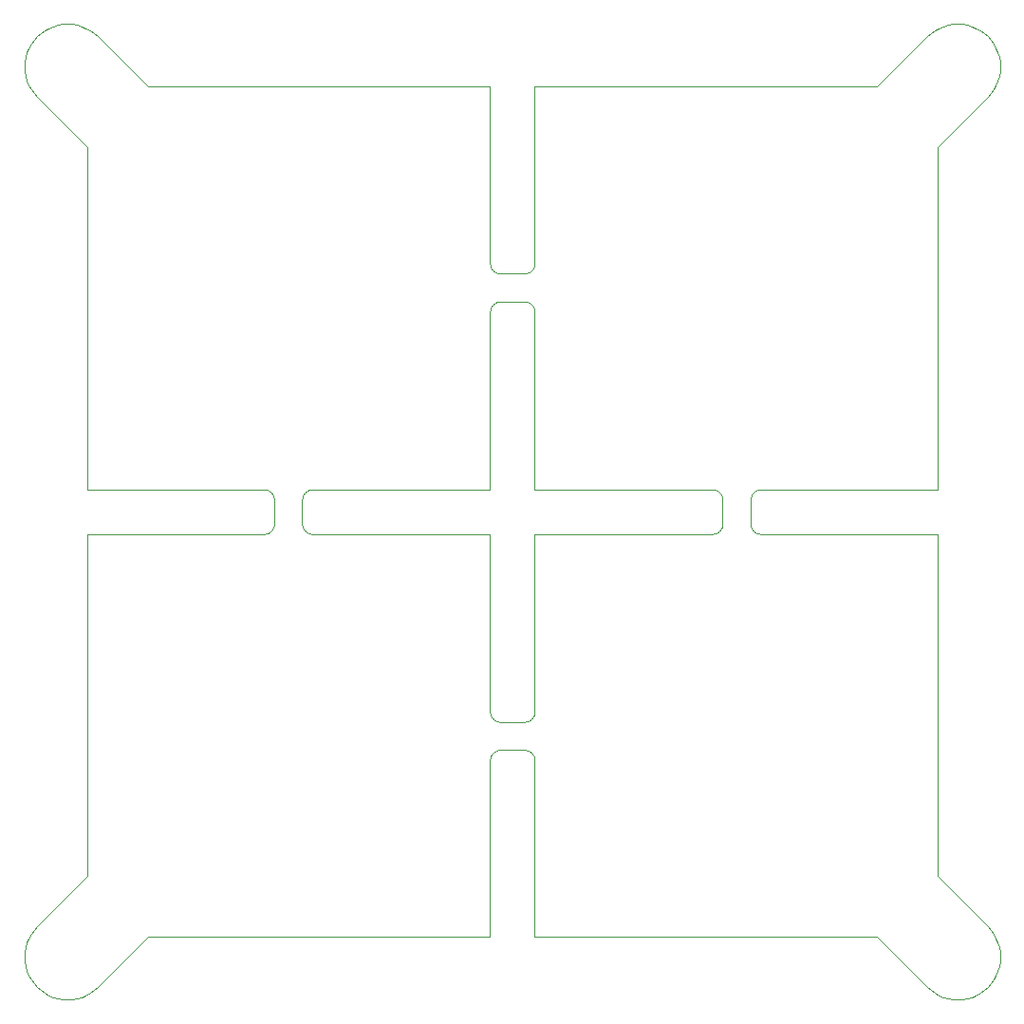
<source format=gko>
%MOIN*%
%OFA0B0*%
%FSLAX44Y44*%
%IPPOS*%
%LPD*%
%ADD10C,0*%
D10*
X00012691Y00020472D02*
X00012691Y00020472D01*
X00018897Y00020472D01*
X00018897Y00026678D01*
X00018898Y00026709D01*
X00018902Y00026740D01*
X00018908Y00026770D01*
X00018916Y00026800D01*
X00018927Y00026829D01*
X00018940Y00026857D01*
X00018955Y00026884D01*
X00018972Y00026910D01*
X00018991Y00026934D01*
X00019012Y00026957D01*
X00019035Y00026978D01*
X00019059Y00026997D01*
X00019085Y00027014D01*
X00019112Y00027029D01*
X00019140Y00027042D01*
X00019169Y00027053D01*
X00019199Y00027061D01*
X00019229Y00027067D01*
X00019260Y00027071D01*
X00019291Y00027072D01*
X00020078Y00027072D01*
X00020109Y00027071D01*
X00020140Y00027067D01*
X00020170Y00027061D01*
X00020200Y00027053D01*
X00020229Y00027042D01*
X00020257Y00027029D01*
X00020284Y00027014D01*
X00020310Y00026997D01*
X00020334Y00026978D01*
X00020357Y00026957D01*
X00020378Y00026934D01*
X00020397Y00026910D01*
X00020414Y00026884D01*
X00020429Y00026857D01*
X00020442Y00026829D01*
X00020453Y00026800D01*
X00020461Y00026770D01*
X00020467Y00026740D01*
X00020471Y00026709D01*
X00020472Y00026678D01*
X00020472Y00020472D01*
X00026678Y00020472D01*
X00026709Y00020471D01*
X00026740Y00020467D01*
X00026770Y00020461D01*
X00026800Y00020453D01*
X00026829Y00020442D01*
X00026857Y00020429D01*
X00026884Y00020414D01*
X00026910Y00020397D01*
X00026934Y00020378D01*
X00026957Y00020357D01*
X00026978Y00020334D01*
X00026997Y00020310D01*
X00027014Y00020284D01*
X00027029Y00020257D01*
X00027042Y00020229D01*
X00027053Y00020200D01*
X00027061Y00020170D01*
X00027067Y00020140D01*
X00027071Y00020109D01*
X00027072Y00020078D01*
X00027072Y00019291D01*
X00027071Y00019260D01*
X00027067Y00019229D01*
X00027061Y00019199D01*
X00027053Y00019169D01*
X00027042Y00019140D01*
X00027029Y00019112D01*
X00027014Y00019085D01*
X00026997Y00019059D01*
X00026978Y00019035D01*
X00026957Y00019012D01*
X00026934Y00018991D01*
X00026910Y00018972D01*
X00026884Y00018955D01*
X00026857Y00018940D01*
X00026829Y00018927D01*
X00026800Y00018916D01*
X00026770Y00018908D01*
X00026740Y00018902D01*
X00026709Y00018898D01*
X00026678Y00018897D01*
X00020472Y00018897D01*
X00020472Y00012691D01*
X00020471Y00012660D01*
X00020467Y00012629D01*
X00020461Y00012599D01*
X00020453Y00012569D01*
X00020442Y00012540D01*
X00020429Y00012512D01*
X00020414Y00012485D01*
X00020397Y00012459D01*
X00020378Y00012435D01*
X00020357Y00012412D01*
X00020334Y00012391D01*
X00020310Y00012372D01*
X00020284Y00012355D01*
X00020257Y00012340D01*
X00020229Y00012327D01*
X00020200Y00012316D01*
X00020170Y00012308D01*
X00020140Y00012302D01*
X00020109Y00012298D01*
X00020078Y00012297D01*
X00019291Y00012297D01*
X00019260Y00012298D01*
X00019229Y00012302D01*
X00019199Y00012308D01*
X00019169Y00012316D01*
X00019140Y00012327D01*
X00019112Y00012340D01*
X00019085Y00012355D01*
X00019059Y00012372D01*
X00019035Y00012391D01*
X00019012Y00012412D01*
X00018991Y00012435D01*
X00018972Y00012459D01*
X00018955Y00012485D01*
X00018940Y00012512D01*
X00018927Y00012540D01*
X00018916Y00012569D01*
X00018908Y00012599D01*
X00018902Y00012629D01*
X00018898Y00012660D01*
X00018897Y00012691D01*
X00018897Y00018897D01*
X00012691Y00018897D01*
X00012660Y00018898D01*
X00012629Y00018902D01*
X00012599Y00018908D01*
X00012569Y00018916D01*
X00012540Y00018927D01*
X00012512Y00018940D01*
X00012485Y00018955D01*
X00012459Y00018972D01*
X00012435Y00018991D01*
X00012412Y00019012D01*
X00012391Y00019035D01*
X00012372Y00019059D01*
X00012355Y00019085D01*
X00012340Y00019112D01*
X00012327Y00019140D01*
X00012316Y00019169D01*
X00012308Y00019199D01*
X00012302Y00019229D01*
X00012298Y00019260D01*
X00012297Y00019291D01*
X00012297Y00020078D01*
X00012298Y00020109D01*
X00012302Y00020140D01*
X00012308Y00020170D01*
X00012316Y00020200D01*
X00012327Y00020229D01*
X00012340Y00020257D01*
X00012355Y00020284D01*
X00012372Y00020310D01*
X00012391Y00020334D01*
X00012412Y00020357D01*
X00012435Y00020378D01*
X00012459Y00020397D01*
X00012485Y00020414D01*
X00012512Y00020429D01*
X00012540Y00020442D01*
X00012569Y00020453D01*
X00012599Y00020461D01*
X00012629Y00020467D01*
X00012660Y00020471D01*
X00012691Y00020472D01*
X00018897Y00034614D02*
X00018897Y00034614D01*
X00006876Y00034614D01*
X00005109Y00036382D01*
X00004983Y00036494D01*
X00004846Y00036591D01*
X00004699Y00036673D01*
X00004543Y00036737D01*
X00004382Y00036784D01*
X00004216Y00036812D01*
X00004048Y00036821D01*
X00003880Y00036812D01*
X00003714Y00036784D01*
X00003552Y00036737D01*
X00003397Y00036673D01*
X00003250Y00036591D01*
X00003113Y00036494D01*
X00002987Y00036382D01*
X00002875Y00036256D01*
X00002778Y00036119D01*
X00002696Y00035972D01*
X00002632Y00035817D01*
X00002586Y00035655D01*
X00002557Y00035489D01*
X00002548Y00035321D01*
X00002557Y00035153D01*
X00002586Y00034987D01*
X00002632Y00034826D01*
X00002696Y00034670D01*
X00002778Y00034523D01*
X00002875Y00034386D01*
X00002987Y00034261D01*
X00004755Y00032493D01*
X00004755Y00020472D01*
X00010930Y00020472D01*
X00010961Y00020471D01*
X00010992Y00020467D01*
X00011022Y00020461D01*
X00011052Y00020453D01*
X00011081Y00020442D01*
X00011109Y00020429D01*
X00011136Y00020414D01*
X00011162Y00020397D01*
X00011186Y00020378D01*
X00011209Y00020357D01*
X00011230Y00020334D01*
X00011249Y00020310D01*
X00011266Y00020284D01*
X00011281Y00020257D01*
X00011294Y00020229D01*
X00011305Y00020200D01*
X00011313Y00020170D01*
X00011319Y00020140D01*
X00011323Y00020109D01*
X00011324Y00020078D01*
X00011324Y00019291D01*
X00011323Y00019260D01*
X00011319Y00019229D01*
X00011313Y00019199D01*
X00011305Y00019169D01*
X00011294Y00019140D01*
X00011281Y00019112D01*
X00011266Y00019085D01*
X00011249Y00019059D01*
X00011230Y00019035D01*
X00011209Y00019012D01*
X00011186Y00018991D01*
X00011162Y00018972D01*
X00011136Y00018955D01*
X00011109Y00018940D01*
X00011081Y00018927D01*
X00011052Y00018916D01*
X00011022Y00018908D01*
X00010992Y00018902D01*
X00010961Y00018898D01*
X00010930Y00018897D01*
X00004755Y00018897D01*
X00004755Y00006876D01*
X00002987Y00005109D01*
X00002875Y00004983D01*
X00002778Y00004846D01*
X00002696Y00004699D01*
X00002632Y00004543D01*
X00002586Y00004382D01*
X00002557Y00004216D01*
X00002548Y00004048D01*
X00002557Y00003880D01*
X00002586Y00003714D01*
X00002632Y00003552D01*
X00002696Y00003397D01*
X00002778Y00003250D01*
X00002875Y00003113D01*
X00002987Y00002987D01*
X00003113Y00002875D01*
X00003250Y00002778D01*
X00003397Y00002696D01*
X00003552Y00002632D01*
X00003714Y00002586D01*
X00003880Y00002557D01*
X00004048Y00002548D01*
X00004216Y00002557D01*
X00004382Y00002586D01*
X00004543Y00002632D01*
X00004699Y00002696D01*
X00004846Y00002778D01*
X00004983Y00002875D01*
X00005109Y00002987D01*
X00006876Y00004755D01*
X00018897Y00004755D01*
X00018897Y00010930D01*
X00018898Y00010961D01*
X00018902Y00010992D01*
X00018908Y00011022D01*
X00018916Y00011052D01*
X00018927Y00011081D01*
X00018940Y00011109D01*
X00018955Y00011136D01*
X00018972Y00011162D01*
X00018991Y00011186D01*
X00019012Y00011209D01*
X00019035Y00011230D01*
X00019059Y00011249D01*
X00019085Y00011266D01*
X00019112Y00011281D01*
X00019140Y00011294D01*
X00019169Y00011305D01*
X00019199Y00011313D01*
X00019229Y00011319D01*
X00019260Y00011323D01*
X00019291Y00011324D01*
X00020078Y00011324D01*
X00020109Y00011323D01*
X00020140Y00011319D01*
X00020170Y00011313D01*
X00020200Y00011305D01*
X00020229Y00011294D01*
X00020257Y00011281D01*
X00020284Y00011266D01*
X00020310Y00011249D01*
X00020334Y00011230D01*
X00020357Y00011209D01*
X00020378Y00011186D01*
X00020397Y00011162D01*
X00020414Y00011136D01*
X00020429Y00011109D01*
X00020442Y00011081D01*
X00020453Y00011052D01*
X00020461Y00011022D01*
X00020467Y00010992D01*
X00020471Y00010961D01*
X00020472Y00010930D01*
X00020472Y00004755D01*
X00032493Y00004755D01*
X00034261Y00002987D01*
X00034386Y00002875D01*
X00034523Y00002778D01*
X00034670Y00002696D01*
X00034826Y00002632D01*
X00034987Y00002586D01*
X00035153Y00002557D01*
X00035321Y00002548D01*
X00035489Y00002557D01*
X00035655Y00002586D01*
X00035817Y00002632D01*
X00035972Y00002696D01*
X00036119Y00002778D01*
X00036256Y00002875D01*
X00036382Y00002987D01*
X00036494Y00003113D01*
X00036591Y00003250D01*
X00036673Y00003397D01*
X00036737Y00003552D01*
X00036784Y00003714D01*
X00036812Y00003880D01*
X00036821Y00004048D01*
X00036812Y00004216D01*
X00036784Y00004382D01*
X00036737Y00004543D01*
X00036673Y00004699D01*
X00036591Y00004846D01*
X00036494Y00004983D01*
X00036382Y00005109D01*
X00034614Y00006876D01*
X00034614Y00018897D01*
X00028439Y00018897D01*
X00028408Y00018898D01*
X00028377Y00018902D01*
X00028347Y00018908D01*
X00028317Y00018916D01*
X00028288Y00018927D01*
X00028260Y00018940D01*
X00028233Y00018955D01*
X00028207Y00018972D01*
X00028183Y00018991D01*
X00028161Y00019012D01*
X00028140Y00019035D01*
X00028120Y00019059D01*
X00028103Y00019085D01*
X00028088Y00019112D01*
X00028075Y00019140D01*
X00028064Y00019169D01*
X00028056Y00019199D01*
X00028050Y00019229D01*
X00028046Y00019260D01*
X00028045Y00019291D01*
X00028045Y00020078D01*
X00028046Y00020109D01*
X00028050Y00020140D01*
X00028056Y00020170D01*
X00028064Y00020200D01*
X00028075Y00020229D01*
X00028088Y00020257D01*
X00028103Y00020284D01*
X00028120Y00020310D01*
X00028140Y00020334D01*
X00028161Y00020357D01*
X00028183Y00020378D01*
X00028207Y00020397D01*
X00028233Y00020414D01*
X00028260Y00020429D01*
X00028288Y00020442D01*
X00028317Y00020453D01*
X00028347Y00020461D01*
X00028377Y00020467D01*
X00028408Y00020471D01*
X00028439Y00020472D01*
X00034614Y00020472D01*
X00034614Y00032493D01*
X00036382Y00034261D01*
X00036494Y00034386D01*
X00036591Y00034523D01*
X00036673Y00034670D01*
X00036737Y00034826D01*
X00036784Y00034987D01*
X00036812Y00035153D01*
X00036821Y00035321D01*
X00036812Y00035489D01*
X00036784Y00035655D01*
X00036737Y00035817D01*
X00036673Y00035972D01*
X00036591Y00036119D01*
X00036494Y00036256D01*
X00036382Y00036382D01*
X00036256Y00036494D01*
X00036119Y00036591D01*
X00035972Y00036673D01*
X00035817Y00036737D01*
X00035655Y00036784D01*
X00035489Y00036812D01*
X00035321Y00036821D01*
X00035153Y00036812D01*
X00034987Y00036784D01*
X00034826Y00036737D01*
X00034670Y00036673D01*
X00034523Y00036591D01*
X00034386Y00036494D01*
X00034261Y00036382D01*
X00032493Y00034614D01*
X00020472Y00034614D01*
X00020472Y00028439D01*
X00020471Y00028408D01*
X00020467Y00028377D01*
X00020461Y00028347D01*
X00020453Y00028317D01*
X00020442Y00028288D01*
X00020429Y00028260D01*
X00020414Y00028233D01*
X00020397Y00028207D01*
X00020378Y00028183D01*
X00020357Y00028161D01*
X00020334Y00028140D01*
X00020310Y00028120D01*
X00020284Y00028103D01*
X00020257Y00028088D01*
X00020229Y00028075D01*
X00020200Y00028064D01*
X00020170Y00028056D01*
X00020140Y00028050D01*
X00020109Y00028046D01*
X00020078Y00028045D01*
X00019291Y00028045D01*
X00019260Y00028046D01*
X00019229Y00028050D01*
X00019199Y00028056D01*
X00019169Y00028064D01*
X00019140Y00028075D01*
X00019112Y00028088D01*
X00019085Y00028103D01*
X00019059Y00028120D01*
X00019035Y00028140D01*
X00019012Y00028161D01*
X00018991Y00028183D01*
X00018972Y00028207D01*
X00018955Y00028233D01*
X00018940Y00028260D01*
X00018927Y00028288D01*
X00018916Y00028317D01*
X00018908Y00028347D01*
X00018902Y00028377D01*
X00018898Y00028408D01*
X00018897Y00028439D01*
X00018897Y00034614D01*
M02*
</source>
